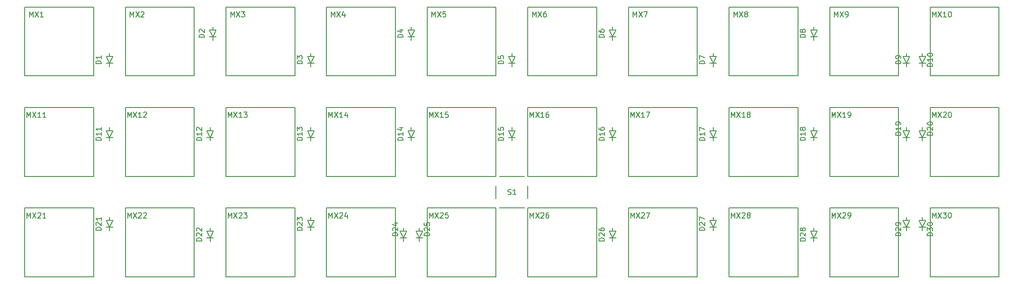
<source format=gto>
G04 #@! TF.FileFunction,Legend,Top*
%FSLAX46Y46*%
G04 Gerber Fmt 4.6, Leading zero omitted, Abs format (unit mm)*
G04 Created by KiCad (PCBNEW 4.0.7) date *
%MOMM*%
%LPD*%
G01*
G04 APERTURE LIST*
%ADD10C,2.000000*%
%ADD11C,0.150000*%
G04 APERTURE END LIST*
D10*
D11*
X52750000Y-83865000D02*
X52750000Y-83230000D01*
X52750000Y-85135000D02*
X52750000Y-85770000D01*
X53385000Y-85135000D02*
X52115000Y-85135000D01*
X52750000Y-85135000D02*
X52115000Y-83865000D01*
X52115000Y-83865000D02*
X53385000Y-83865000D01*
X53385000Y-83865000D02*
X52750000Y-85135000D01*
X72250000Y-78865000D02*
X72250000Y-78230000D01*
X72250000Y-80135000D02*
X72250000Y-80770000D01*
X72885000Y-80135000D02*
X71615000Y-80135000D01*
X72250000Y-80135000D02*
X71615000Y-78865000D01*
X71615000Y-78865000D02*
X72885000Y-78865000D01*
X72885000Y-78865000D02*
X72250000Y-80135000D01*
X90750000Y-83865000D02*
X90750000Y-83230000D01*
X90750000Y-85135000D02*
X90750000Y-85770000D01*
X91385000Y-85135000D02*
X90115000Y-85135000D01*
X90750000Y-85135000D02*
X90115000Y-83865000D01*
X90115000Y-83865000D02*
X91385000Y-83865000D01*
X91385000Y-83865000D02*
X90750000Y-85135000D01*
X109750000Y-78865000D02*
X109750000Y-78230000D01*
X109750000Y-80135000D02*
X109750000Y-80770000D01*
X110385000Y-80135000D02*
X109115000Y-80135000D01*
X109750000Y-80135000D02*
X109115000Y-78865000D01*
X109115000Y-78865000D02*
X110385000Y-78865000D01*
X110385000Y-78865000D02*
X109750000Y-80135000D01*
X128750000Y-83865000D02*
X128750000Y-83230000D01*
X128750000Y-85135000D02*
X128750000Y-85770000D01*
X129385000Y-85135000D02*
X128115000Y-85135000D01*
X128750000Y-85135000D02*
X128115000Y-83865000D01*
X128115000Y-83865000D02*
X129385000Y-83865000D01*
X129385000Y-83865000D02*
X128750000Y-85135000D01*
X147750000Y-78865000D02*
X147750000Y-78230000D01*
X147750000Y-80135000D02*
X147750000Y-80770000D01*
X148385000Y-80135000D02*
X147115000Y-80135000D01*
X147750000Y-80135000D02*
X147115000Y-78865000D01*
X147115000Y-78865000D02*
X148385000Y-78865000D01*
X148385000Y-78865000D02*
X147750000Y-80135000D01*
X166750000Y-83865000D02*
X166750000Y-83230000D01*
X166750000Y-85135000D02*
X166750000Y-85770000D01*
X167385000Y-85135000D02*
X166115000Y-85135000D01*
X166750000Y-85135000D02*
X166115000Y-83865000D01*
X166115000Y-83865000D02*
X167385000Y-83865000D01*
X167385000Y-83865000D02*
X166750000Y-85135000D01*
X185750000Y-78865000D02*
X185750000Y-78230000D01*
X185750000Y-80135000D02*
X185750000Y-80770000D01*
X186385000Y-80135000D02*
X185115000Y-80135000D01*
X185750000Y-80135000D02*
X185115000Y-78865000D01*
X185115000Y-78865000D02*
X186385000Y-78865000D01*
X186385000Y-78865000D02*
X185750000Y-80135000D01*
X203250000Y-83865000D02*
X203250000Y-83230000D01*
X203250000Y-85135000D02*
X203250000Y-85770000D01*
X203885000Y-85135000D02*
X202615000Y-85135000D01*
X203250000Y-85135000D02*
X202615000Y-83865000D01*
X202615000Y-83865000D02*
X203885000Y-83865000D01*
X203885000Y-83865000D02*
X203250000Y-85135000D01*
X206250000Y-83865000D02*
X206250000Y-83230000D01*
X206250000Y-85135000D02*
X206250000Y-85770000D01*
X206885000Y-85135000D02*
X205615000Y-85135000D01*
X206250000Y-85135000D02*
X205615000Y-83865000D01*
X205615000Y-83865000D02*
X206885000Y-83865000D01*
X206885000Y-83865000D02*
X206250000Y-85135000D01*
X52750000Y-97865000D02*
X52750000Y-97230000D01*
X52750000Y-99135000D02*
X52750000Y-99770000D01*
X53385000Y-99135000D02*
X52115000Y-99135000D01*
X52750000Y-99135000D02*
X52115000Y-97865000D01*
X52115000Y-97865000D02*
X53385000Y-97865000D01*
X53385000Y-97865000D02*
X52750000Y-99135000D01*
X71750000Y-97865000D02*
X71750000Y-97230000D01*
X71750000Y-99135000D02*
X71750000Y-99770000D01*
X72385000Y-99135000D02*
X71115000Y-99135000D01*
X71750000Y-99135000D02*
X71115000Y-97865000D01*
X71115000Y-97865000D02*
X72385000Y-97865000D01*
X72385000Y-97865000D02*
X71750000Y-99135000D01*
X90750000Y-97865000D02*
X90750000Y-97230000D01*
X90750000Y-99135000D02*
X90750000Y-99770000D01*
X91385000Y-99135000D02*
X90115000Y-99135000D01*
X90750000Y-99135000D02*
X90115000Y-97865000D01*
X90115000Y-97865000D02*
X91385000Y-97865000D01*
X91385000Y-97865000D02*
X90750000Y-99135000D01*
X109750000Y-97865000D02*
X109750000Y-97230000D01*
X109750000Y-99135000D02*
X109750000Y-99770000D01*
X110385000Y-99135000D02*
X109115000Y-99135000D01*
X109750000Y-99135000D02*
X109115000Y-97865000D01*
X109115000Y-97865000D02*
X110385000Y-97865000D01*
X110385000Y-97865000D02*
X109750000Y-99135000D01*
X128750000Y-97865000D02*
X128750000Y-97230000D01*
X128750000Y-99135000D02*
X128750000Y-99770000D01*
X129385000Y-99135000D02*
X128115000Y-99135000D01*
X128750000Y-99135000D02*
X128115000Y-97865000D01*
X128115000Y-97865000D02*
X129385000Y-97865000D01*
X129385000Y-97865000D02*
X128750000Y-99135000D01*
X147750000Y-97865000D02*
X147750000Y-97230000D01*
X147750000Y-99135000D02*
X147750000Y-99770000D01*
X148385000Y-99135000D02*
X147115000Y-99135000D01*
X147750000Y-99135000D02*
X147115000Y-97865000D01*
X147115000Y-97865000D02*
X148385000Y-97865000D01*
X148385000Y-97865000D02*
X147750000Y-99135000D01*
X166750000Y-97865000D02*
X166750000Y-97230000D01*
X166750000Y-99135000D02*
X166750000Y-99770000D01*
X167385000Y-99135000D02*
X166115000Y-99135000D01*
X166750000Y-99135000D02*
X166115000Y-97865000D01*
X166115000Y-97865000D02*
X167385000Y-97865000D01*
X167385000Y-97865000D02*
X166750000Y-99135000D01*
X185750000Y-97865000D02*
X185750000Y-97230000D01*
X185750000Y-99135000D02*
X185750000Y-99770000D01*
X186385000Y-99135000D02*
X185115000Y-99135000D01*
X185750000Y-99135000D02*
X185115000Y-97865000D01*
X185115000Y-97865000D02*
X186385000Y-97865000D01*
X186385000Y-97865000D02*
X185750000Y-99135000D01*
X203250000Y-97865000D02*
X203250000Y-97230000D01*
X203250000Y-99135000D02*
X203250000Y-99770000D01*
X203885000Y-99135000D02*
X202615000Y-99135000D01*
X203250000Y-99135000D02*
X202615000Y-97865000D01*
X202615000Y-97865000D02*
X203885000Y-97865000D01*
X203885000Y-97865000D02*
X203250000Y-99135000D01*
X206250000Y-97865000D02*
X206250000Y-97230000D01*
X206250000Y-99135000D02*
X206250000Y-99770000D01*
X206885000Y-99135000D02*
X205615000Y-99135000D01*
X206250000Y-99135000D02*
X205615000Y-97865000D01*
X205615000Y-97865000D02*
X206885000Y-97865000D01*
X206885000Y-97865000D02*
X206250000Y-99135000D01*
X52750000Y-114865000D02*
X52750000Y-114230000D01*
X52750000Y-116135000D02*
X52750000Y-116770000D01*
X53385000Y-116135000D02*
X52115000Y-116135000D01*
X52750000Y-116135000D02*
X52115000Y-114865000D01*
X52115000Y-114865000D02*
X53385000Y-114865000D01*
X53385000Y-114865000D02*
X52750000Y-116135000D01*
X71750000Y-116865000D02*
X71750000Y-116230000D01*
X71750000Y-118135000D02*
X71750000Y-118770000D01*
X72385000Y-118135000D02*
X71115000Y-118135000D01*
X71750000Y-118135000D02*
X71115000Y-116865000D01*
X71115000Y-116865000D02*
X72385000Y-116865000D01*
X72385000Y-116865000D02*
X71750000Y-118135000D01*
X90750000Y-114865000D02*
X90750000Y-114230000D01*
X90750000Y-116135000D02*
X90750000Y-116770000D01*
X91385000Y-116135000D02*
X90115000Y-116135000D01*
X90750000Y-116135000D02*
X90115000Y-114865000D01*
X90115000Y-114865000D02*
X91385000Y-114865000D01*
X91385000Y-114865000D02*
X90750000Y-116135000D01*
X108250000Y-116865000D02*
X108250000Y-116230000D01*
X108250000Y-118135000D02*
X108250000Y-118770000D01*
X108885000Y-118135000D02*
X107615000Y-118135000D01*
X108250000Y-118135000D02*
X107615000Y-116865000D01*
X107615000Y-116865000D02*
X108885000Y-116865000D01*
X108885000Y-116865000D02*
X108250000Y-118135000D01*
X111250000Y-116865000D02*
X111250000Y-116230000D01*
X111250000Y-118135000D02*
X111250000Y-118770000D01*
X111885000Y-118135000D02*
X110615000Y-118135000D01*
X111250000Y-118135000D02*
X110615000Y-116865000D01*
X110615000Y-116865000D02*
X111885000Y-116865000D01*
X111885000Y-116865000D02*
X111250000Y-118135000D01*
X147750000Y-116865000D02*
X147750000Y-116230000D01*
X147750000Y-118135000D02*
X147750000Y-118770000D01*
X148385000Y-118135000D02*
X147115000Y-118135000D01*
X147750000Y-118135000D02*
X147115000Y-116865000D01*
X147115000Y-116865000D02*
X148385000Y-116865000D01*
X148385000Y-116865000D02*
X147750000Y-118135000D01*
X166750000Y-114865000D02*
X166750000Y-114230000D01*
X166750000Y-116135000D02*
X166750000Y-116770000D01*
X167385000Y-116135000D02*
X166115000Y-116135000D01*
X166750000Y-116135000D02*
X166115000Y-114865000D01*
X166115000Y-114865000D02*
X167385000Y-114865000D01*
X167385000Y-114865000D02*
X166750000Y-116135000D01*
X185750000Y-116865000D02*
X185750000Y-116230000D01*
X185750000Y-118135000D02*
X185750000Y-118770000D01*
X186385000Y-118135000D02*
X185115000Y-118135000D01*
X185750000Y-118135000D02*
X185115000Y-116865000D01*
X185115000Y-116865000D02*
X186385000Y-116865000D01*
X186385000Y-116865000D02*
X185750000Y-118135000D01*
X203250000Y-114865000D02*
X203250000Y-114230000D01*
X203250000Y-116135000D02*
X203250000Y-116770000D01*
X203885000Y-116135000D02*
X202615000Y-116135000D01*
X203250000Y-116135000D02*
X202615000Y-114865000D01*
X202615000Y-114865000D02*
X203885000Y-114865000D01*
X203885000Y-114865000D02*
X203250000Y-116135000D01*
X206250000Y-114865000D02*
X206250000Y-114230000D01*
X206250000Y-116135000D02*
X206250000Y-116770000D01*
X206885000Y-116135000D02*
X205615000Y-116135000D01*
X206250000Y-116135000D02*
X205615000Y-114865000D01*
X205615000Y-114865000D02*
X206885000Y-114865000D01*
X206885000Y-114865000D02*
X206250000Y-116135000D01*
X36750000Y-74500000D02*
X49750000Y-74500000D01*
X49750000Y-74500000D02*
X49750000Y-87500000D01*
X49750000Y-87500000D02*
X36750000Y-87500000D01*
X36750000Y-87500000D02*
X36750000Y-74500000D01*
X55750000Y-74500000D02*
X68750000Y-74500000D01*
X68750000Y-74500000D02*
X68750000Y-87500000D01*
X68750000Y-87500000D02*
X55750000Y-87500000D01*
X55750000Y-87500000D02*
X55750000Y-74500000D01*
X74750000Y-74500000D02*
X87750000Y-74500000D01*
X87750000Y-74500000D02*
X87750000Y-87500000D01*
X87750000Y-87500000D02*
X74750000Y-87500000D01*
X74750000Y-87500000D02*
X74750000Y-74500000D01*
X93750000Y-74500000D02*
X106750000Y-74500000D01*
X106750000Y-74500000D02*
X106750000Y-87500000D01*
X106750000Y-87500000D02*
X93750000Y-87500000D01*
X93750000Y-87500000D02*
X93750000Y-74500000D01*
X112750000Y-74500000D02*
X125750000Y-74500000D01*
X125750000Y-74500000D02*
X125750000Y-87500000D01*
X125750000Y-87500000D02*
X112750000Y-87500000D01*
X112750000Y-87500000D02*
X112750000Y-74500000D01*
X131750000Y-74500000D02*
X144750000Y-74500000D01*
X144750000Y-74500000D02*
X144750000Y-87500000D01*
X144750000Y-87500000D02*
X131750000Y-87500000D01*
X131750000Y-87500000D02*
X131750000Y-74500000D01*
X150750000Y-74500000D02*
X163750000Y-74500000D01*
X163750000Y-74500000D02*
X163750000Y-87500000D01*
X163750000Y-87500000D02*
X150750000Y-87500000D01*
X150750000Y-87500000D02*
X150750000Y-74500000D01*
X169750000Y-74500000D02*
X182750000Y-74500000D01*
X182750000Y-74500000D02*
X182750000Y-87500000D01*
X182750000Y-87500000D02*
X169750000Y-87500000D01*
X169750000Y-87500000D02*
X169750000Y-74500000D01*
X188750000Y-74500000D02*
X201750000Y-74500000D01*
X201750000Y-74500000D02*
X201750000Y-87500000D01*
X201750000Y-87500000D02*
X188750000Y-87500000D01*
X188750000Y-87500000D02*
X188750000Y-74500000D01*
X207750000Y-74500000D02*
X220750000Y-74500000D01*
X220750000Y-74500000D02*
X220750000Y-87500000D01*
X220750000Y-87500000D02*
X207750000Y-87500000D01*
X207750000Y-87500000D02*
X207750000Y-74500000D01*
X36750000Y-93500000D02*
X49750000Y-93500000D01*
X49750000Y-93500000D02*
X49750000Y-106500000D01*
X49750000Y-106500000D02*
X36750000Y-106500000D01*
X36750000Y-106500000D02*
X36750000Y-93500000D01*
X55750000Y-93500000D02*
X68750000Y-93500000D01*
X68750000Y-93500000D02*
X68750000Y-106500000D01*
X68750000Y-106500000D02*
X55750000Y-106500000D01*
X55750000Y-106500000D02*
X55750000Y-93500000D01*
X74750000Y-93500000D02*
X87750000Y-93500000D01*
X87750000Y-93500000D02*
X87750000Y-106500000D01*
X87750000Y-106500000D02*
X74750000Y-106500000D01*
X74750000Y-106500000D02*
X74750000Y-93500000D01*
X93750000Y-93500000D02*
X106750000Y-93500000D01*
X106750000Y-93500000D02*
X106750000Y-106500000D01*
X106750000Y-106500000D02*
X93750000Y-106500000D01*
X93750000Y-106500000D02*
X93750000Y-93500000D01*
X112750000Y-93500000D02*
X125750000Y-93500000D01*
X125750000Y-93500000D02*
X125750000Y-106500000D01*
X125750000Y-106500000D02*
X112750000Y-106500000D01*
X112750000Y-106500000D02*
X112750000Y-93500000D01*
X131750000Y-93500000D02*
X144750000Y-93500000D01*
X144750000Y-93500000D02*
X144750000Y-106500000D01*
X144750000Y-106500000D02*
X131750000Y-106500000D01*
X131750000Y-106500000D02*
X131750000Y-93500000D01*
X150750000Y-93500000D02*
X163750000Y-93500000D01*
X163750000Y-93500000D02*
X163750000Y-106500000D01*
X163750000Y-106500000D02*
X150750000Y-106500000D01*
X150750000Y-106500000D02*
X150750000Y-93500000D01*
X169750000Y-93500000D02*
X182750000Y-93500000D01*
X182750000Y-93500000D02*
X182750000Y-106500000D01*
X182750000Y-106500000D02*
X169750000Y-106500000D01*
X169750000Y-106500000D02*
X169750000Y-93500000D01*
X188750000Y-93500000D02*
X201750000Y-93500000D01*
X201750000Y-93500000D02*
X201750000Y-106500000D01*
X201750000Y-106500000D02*
X188750000Y-106500000D01*
X188750000Y-106500000D02*
X188750000Y-93500000D01*
X207750000Y-93500000D02*
X220750000Y-93500000D01*
X220750000Y-93500000D02*
X220750000Y-106500000D01*
X220750000Y-106500000D02*
X207750000Y-106500000D01*
X207750000Y-106500000D02*
X207750000Y-93500000D01*
X36750000Y-112500000D02*
X49750000Y-112500000D01*
X49750000Y-112500000D02*
X49750000Y-125500000D01*
X49750000Y-125500000D02*
X36750000Y-125500000D01*
X36750000Y-125500000D02*
X36750000Y-112500000D01*
X55750000Y-112500000D02*
X68750000Y-112500000D01*
X68750000Y-112500000D02*
X68750000Y-125500000D01*
X68750000Y-125500000D02*
X55750000Y-125500000D01*
X55750000Y-125500000D02*
X55750000Y-112500000D01*
X74750000Y-112500000D02*
X87750000Y-112500000D01*
X87750000Y-112500000D02*
X87750000Y-125500000D01*
X87750000Y-125500000D02*
X74750000Y-125500000D01*
X74750000Y-125500000D02*
X74750000Y-112500000D01*
X93750000Y-112500000D02*
X106750000Y-112500000D01*
X106750000Y-112500000D02*
X106750000Y-125500000D01*
X106750000Y-125500000D02*
X93750000Y-125500000D01*
X93750000Y-125500000D02*
X93750000Y-112500000D01*
X112750000Y-112500000D02*
X125750000Y-112500000D01*
X125750000Y-112500000D02*
X125750000Y-125500000D01*
X125750000Y-125500000D02*
X112750000Y-125500000D01*
X112750000Y-125500000D02*
X112750000Y-112500000D01*
X131750000Y-112500000D02*
X144750000Y-112500000D01*
X144750000Y-112500000D02*
X144750000Y-125500000D01*
X144750000Y-125500000D02*
X131750000Y-125500000D01*
X131750000Y-125500000D02*
X131750000Y-112500000D01*
X150750000Y-112500000D02*
X163750000Y-112500000D01*
X163750000Y-112500000D02*
X163750000Y-125500000D01*
X163750000Y-125500000D02*
X150750000Y-125500000D01*
X150750000Y-125500000D02*
X150750000Y-112500000D01*
X169750000Y-112500000D02*
X182750000Y-112500000D01*
X182750000Y-112500000D02*
X182750000Y-125500000D01*
X182750000Y-125500000D02*
X169750000Y-125500000D01*
X169750000Y-125500000D02*
X169750000Y-112500000D01*
X188750000Y-112500000D02*
X201750000Y-112500000D01*
X201750000Y-112500000D02*
X201750000Y-125500000D01*
X201750000Y-125500000D02*
X188750000Y-125500000D01*
X188750000Y-125500000D02*
X188750000Y-112500000D01*
X207750000Y-112500000D02*
X220750000Y-112500000D01*
X220750000Y-112500000D02*
X220750000Y-125500000D01*
X220750000Y-125500000D02*
X207750000Y-125500000D01*
X207750000Y-125500000D02*
X207750000Y-112500000D01*
X125750000Y-108300000D02*
X125750000Y-110700000D01*
X126350000Y-112500000D02*
X131150000Y-112500000D01*
X131750000Y-110700000D02*
X131750000Y-108300000D01*
X131150000Y-106500000D02*
X126350000Y-106500000D01*
X51170381Y-85238095D02*
X50170381Y-85238095D01*
X50170381Y-85000000D01*
X50218000Y-84857142D01*
X50313238Y-84761904D01*
X50408476Y-84714285D01*
X50598952Y-84666666D01*
X50741810Y-84666666D01*
X50932286Y-84714285D01*
X51027524Y-84761904D01*
X51122762Y-84857142D01*
X51170381Y-85000000D01*
X51170381Y-85238095D01*
X51170381Y-83714285D02*
X51170381Y-84285714D01*
X51170381Y-84000000D02*
X50170381Y-84000000D01*
X50313238Y-84095238D01*
X50408476Y-84190476D01*
X50456095Y-84285714D01*
X70670381Y-80238095D02*
X69670381Y-80238095D01*
X69670381Y-80000000D01*
X69718000Y-79857142D01*
X69813238Y-79761904D01*
X69908476Y-79714285D01*
X70098952Y-79666666D01*
X70241810Y-79666666D01*
X70432286Y-79714285D01*
X70527524Y-79761904D01*
X70622762Y-79857142D01*
X70670381Y-80000000D01*
X70670381Y-80238095D01*
X69765619Y-79285714D02*
X69718000Y-79238095D01*
X69670381Y-79142857D01*
X69670381Y-78904761D01*
X69718000Y-78809523D01*
X69765619Y-78761904D01*
X69860857Y-78714285D01*
X69956095Y-78714285D01*
X70098952Y-78761904D01*
X70670381Y-79333333D01*
X70670381Y-78714285D01*
X89170381Y-85238095D02*
X88170381Y-85238095D01*
X88170381Y-85000000D01*
X88218000Y-84857142D01*
X88313238Y-84761904D01*
X88408476Y-84714285D01*
X88598952Y-84666666D01*
X88741810Y-84666666D01*
X88932286Y-84714285D01*
X89027524Y-84761904D01*
X89122762Y-84857142D01*
X89170381Y-85000000D01*
X89170381Y-85238095D01*
X88170381Y-84333333D02*
X88170381Y-83714285D01*
X88551333Y-84047619D01*
X88551333Y-83904761D01*
X88598952Y-83809523D01*
X88646571Y-83761904D01*
X88741810Y-83714285D01*
X88979905Y-83714285D01*
X89075143Y-83761904D01*
X89122762Y-83809523D01*
X89170381Y-83904761D01*
X89170381Y-84190476D01*
X89122762Y-84285714D01*
X89075143Y-84333333D01*
X108170381Y-80238095D02*
X107170381Y-80238095D01*
X107170381Y-80000000D01*
X107218000Y-79857142D01*
X107313238Y-79761904D01*
X107408476Y-79714285D01*
X107598952Y-79666666D01*
X107741810Y-79666666D01*
X107932286Y-79714285D01*
X108027524Y-79761904D01*
X108122762Y-79857142D01*
X108170381Y-80000000D01*
X108170381Y-80238095D01*
X107503714Y-78809523D02*
X108170381Y-78809523D01*
X107122762Y-79047619D02*
X107837048Y-79285714D01*
X107837048Y-78666666D01*
X127170381Y-85238095D02*
X126170381Y-85238095D01*
X126170381Y-85000000D01*
X126218000Y-84857142D01*
X126313238Y-84761904D01*
X126408476Y-84714285D01*
X126598952Y-84666666D01*
X126741810Y-84666666D01*
X126932286Y-84714285D01*
X127027524Y-84761904D01*
X127122762Y-84857142D01*
X127170381Y-85000000D01*
X127170381Y-85238095D01*
X126170381Y-83761904D02*
X126170381Y-84238095D01*
X126646571Y-84285714D01*
X126598952Y-84238095D01*
X126551333Y-84142857D01*
X126551333Y-83904761D01*
X126598952Y-83809523D01*
X126646571Y-83761904D01*
X126741810Y-83714285D01*
X126979905Y-83714285D01*
X127075143Y-83761904D01*
X127122762Y-83809523D01*
X127170381Y-83904761D01*
X127170381Y-84142857D01*
X127122762Y-84238095D01*
X127075143Y-84285714D01*
X146170381Y-80238095D02*
X145170381Y-80238095D01*
X145170381Y-80000000D01*
X145218000Y-79857142D01*
X145313238Y-79761904D01*
X145408476Y-79714285D01*
X145598952Y-79666666D01*
X145741810Y-79666666D01*
X145932286Y-79714285D01*
X146027524Y-79761904D01*
X146122762Y-79857142D01*
X146170381Y-80000000D01*
X146170381Y-80238095D01*
X145170381Y-78809523D02*
X145170381Y-79000000D01*
X145218000Y-79095238D01*
X145265619Y-79142857D01*
X145408476Y-79238095D01*
X145598952Y-79285714D01*
X145979905Y-79285714D01*
X146075143Y-79238095D01*
X146122762Y-79190476D01*
X146170381Y-79095238D01*
X146170381Y-78904761D01*
X146122762Y-78809523D01*
X146075143Y-78761904D01*
X145979905Y-78714285D01*
X145741810Y-78714285D01*
X145646571Y-78761904D01*
X145598952Y-78809523D01*
X145551333Y-78904761D01*
X145551333Y-79095238D01*
X145598952Y-79190476D01*
X145646571Y-79238095D01*
X145741810Y-79285714D01*
X165170381Y-85238095D02*
X164170381Y-85238095D01*
X164170381Y-85000000D01*
X164218000Y-84857142D01*
X164313238Y-84761904D01*
X164408476Y-84714285D01*
X164598952Y-84666666D01*
X164741810Y-84666666D01*
X164932286Y-84714285D01*
X165027524Y-84761904D01*
X165122762Y-84857142D01*
X165170381Y-85000000D01*
X165170381Y-85238095D01*
X164170381Y-84333333D02*
X164170381Y-83666666D01*
X165170381Y-84095238D01*
X184170381Y-80238095D02*
X183170381Y-80238095D01*
X183170381Y-80000000D01*
X183218000Y-79857142D01*
X183313238Y-79761904D01*
X183408476Y-79714285D01*
X183598952Y-79666666D01*
X183741810Y-79666666D01*
X183932286Y-79714285D01*
X184027524Y-79761904D01*
X184122762Y-79857142D01*
X184170381Y-80000000D01*
X184170381Y-80238095D01*
X183598952Y-79095238D02*
X183551333Y-79190476D01*
X183503714Y-79238095D01*
X183408476Y-79285714D01*
X183360857Y-79285714D01*
X183265619Y-79238095D01*
X183218000Y-79190476D01*
X183170381Y-79095238D01*
X183170381Y-78904761D01*
X183218000Y-78809523D01*
X183265619Y-78761904D01*
X183360857Y-78714285D01*
X183408476Y-78714285D01*
X183503714Y-78761904D01*
X183551333Y-78809523D01*
X183598952Y-78904761D01*
X183598952Y-79095238D01*
X183646571Y-79190476D01*
X183694190Y-79238095D01*
X183789429Y-79285714D01*
X183979905Y-79285714D01*
X184075143Y-79238095D01*
X184122762Y-79190476D01*
X184170381Y-79095238D01*
X184170381Y-78904761D01*
X184122762Y-78809523D01*
X184075143Y-78761904D01*
X183979905Y-78714285D01*
X183789429Y-78714285D01*
X183694190Y-78761904D01*
X183646571Y-78809523D01*
X183598952Y-78904761D01*
X202202381Y-85238095D02*
X201202381Y-85238095D01*
X201202381Y-85000000D01*
X201250000Y-84857142D01*
X201345238Y-84761904D01*
X201440476Y-84714285D01*
X201630952Y-84666666D01*
X201773810Y-84666666D01*
X201964286Y-84714285D01*
X202059524Y-84761904D01*
X202154762Y-84857142D01*
X202202381Y-85000000D01*
X202202381Y-85238095D01*
X202202381Y-84190476D02*
X202202381Y-84000000D01*
X202154762Y-83904761D01*
X202107143Y-83857142D01*
X201964286Y-83761904D01*
X201773810Y-83714285D01*
X201392857Y-83714285D01*
X201297619Y-83761904D01*
X201250000Y-83809523D01*
X201202381Y-83904761D01*
X201202381Y-84095238D01*
X201250000Y-84190476D01*
X201297619Y-84238095D01*
X201392857Y-84285714D01*
X201630952Y-84285714D01*
X201726190Y-84238095D01*
X201773810Y-84190476D01*
X201821429Y-84095238D01*
X201821429Y-83904761D01*
X201773810Y-83809523D01*
X201726190Y-83761904D01*
X201630952Y-83714285D01*
X208202381Y-85714286D02*
X207202381Y-85714286D01*
X207202381Y-85476191D01*
X207250000Y-85333333D01*
X207345238Y-85238095D01*
X207440476Y-85190476D01*
X207630952Y-85142857D01*
X207773810Y-85142857D01*
X207964286Y-85190476D01*
X208059524Y-85238095D01*
X208154762Y-85333333D01*
X208202381Y-85476191D01*
X208202381Y-85714286D01*
X208202381Y-84190476D02*
X208202381Y-84761905D01*
X208202381Y-84476191D02*
X207202381Y-84476191D01*
X207345238Y-84571429D01*
X207440476Y-84666667D01*
X207488095Y-84761905D01*
X207202381Y-83571429D02*
X207202381Y-83476190D01*
X207250000Y-83380952D01*
X207297619Y-83333333D01*
X207392857Y-83285714D01*
X207583333Y-83238095D01*
X207821429Y-83238095D01*
X208011905Y-83285714D01*
X208107143Y-83333333D01*
X208154762Y-83380952D01*
X208202381Y-83476190D01*
X208202381Y-83571429D01*
X208154762Y-83666667D01*
X208107143Y-83714286D01*
X208011905Y-83761905D01*
X207821429Y-83809524D01*
X207583333Y-83809524D01*
X207392857Y-83761905D01*
X207297619Y-83714286D01*
X207250000Y-83666667D01*
X207202381Y-83571429D01*
X51170381Y-99714286D02*
X50170381Y-99714286D01*
X50170381Y-99476191D01*
X50218000Y-99333333D01*
X50313238Y-99238095D01*
X50408476Y-99190476D01*
X50598952Y-99142857D01*
X50741810Y-99142857D01*
X50932286Y-99190476D01*
X51027524Y-99238095D01*
X51122762Y-99333333D01*
X51170381Y-99476191D01*
X51170381Y-99714286D01*
X51170381Y-98190476D02*
X51170381Y-98761905D01*
X51170381Y-98476191D02*
X50170381Y-98476191D01*
X50313238Y-98571429D01*
X50408476Y-98666667D01*
X50456095Y-98761905D01*
X51170381Y-97238095D02*
X51170381Y-97809524D01*
X51170381Y-97523810D02*
X50170381Y-97523810D01*
X50313238Y-97619048D01*
X50408476Y-97714286D01*
X50456095Y-97809524D01*
X70170381Y-99714286D02*
X69170381Y-99714286D01*
X69170381Y-99476191D01*
X69218000Y-99333333D01*
X69313238Y-99238095D01*
X69408476Y-99190476D01*
X69598952Y-99142857D01*
X69741810Y-99142857D01*
X69932286Y-99190476D01*
X70027524Y-99238095D01*
X70122762Y-99333333D01*
X70170381Y-99476191D01*
X70170381Y-99714286D01*
X70170381Y-98190476D02*
X70170381Y-98761905D01*
X70170381Y-98476191D02*
X69170381Y-98476191D01*
X69313238Y-98571429D01*
X69408476Y-98666667D01*
X69456095Y-98761905D01*
X69265619Y-97809524D02*
X69218000Y-97761905D01*
X69170381Y-97666667D01*
X69170381Y-97428571D01*
X69218000Y-97333333D01*
X69265619Y-97285714D01*
X69360857Y-97238095D01*
X69456095Y-97238095D01*
X69598952Y-97285714D01*
X70170381Y-97857143D01*
X70170381Y-97238095D01*
X89170381Y-99714286D02*
X88170381Y-99714286D01*
X88170381Y-99476191D01*
X88218000Y-99333333D01*
X88313238Y-99238095D01*
X88408476Y-99190476D01*
X88598952Y-99142857D01*
X88741810Y-99142857D01*
X88932286Y-99190476D01*
X89027524Y-99238095D01*
X89122762Y-99333333D01*
X89170381Y-99476191D01*
X89170381Y-99714286D01*
X89170381Y-98190476D02*
X89170381Y-98761905D01*
X89170381Y-98476191D02*
X88170381Y-98476191D01*
X88313238Y-98571429D01*
X88408476Y-98666667D01*
X88456095Y-98761905D01*
X88170381Y-97857143D02*
X88170381Y-97238095D01*
X88551333Y-97571429D01*
X88551333Y-97428571D01*
X88598952Y-97333333D01*
X88646571Y-97285714D01*
X88741810Y-97238095D01*
X88979905Y-97238095D01*
X89075143Y-97285714D01*
X89122762Y-97333333D01*
X89170381Y-97428571D01*
X89170381Y-97714286D01*
X89122762Y-97809524D01*
X89075143Y-97857143D01*
X108170381Y-99714286D02*
X107170381Y-99714286D01*
X107170381Y-99476191D01*
X107218000Y-99333333D01*
X107313238Y-99238095D01*
X107408476Y-99190476D01*
X107598952Y-99142857D01*
X107741810Y-99142857D01*
X107932286Y-99190476D01*
X108027524Y-99238095D01*
X108122762Y-99333333D01*
X108170381Y-99476191D01*
X108170381Y-99714286D01*
X108170381Y-98190476D02*
X108170381Y-98761905D01*
X108170381Y-98476191D02*
X107170381Y-98476191D01*
X107313238Y-98571429D01*
X107408476Y-98666667D01*
X107456095Y-98761905D01*
X107503714Y-97333333D02*
X108170381Y-97333333D01*
X107122762Y-97571429D02*
X107837048Y-97809524D01*
X107837048Y-97190476D01*
X127170381Y-99714286D02*
X126170381Y-99714286D01*
X126170381Y-99476191D01*
X126218000Y-99333333D01*
X126313238Y-99238095D01*
X126408476Y-99190476D01*
X126598952Y-99142857D01*
X126741810Y-99142857D01*
X126932286Y-99190476D01*
X127027524Y-99238095D01*
X127122762Y-99333333D01*
X127170381Y-99476191D01*
X127170381Y-99714286D01*
X127170381Y-98190476D02*
X127170381Y-98761905D01*
X127170381Y-98476191D02*
X126170381Y-98476191D01*
X126313238Y-98571429D01*
X126408476Y-98666667D01*
X126456095Y-98761905D01*
X126170381Y-97285714D02*
X126170381Y-97761905D01*
X126646571Y-97809524D01*
X126598952Y-97761905D01*
X126551333Y-97666667D01*
X126551333Y-97428571D01*
X126598952Y-97333333D01*
X126646571Y-97285714D01*
X126741810Y-97238095D01*
X126979905Y-97238095D01*
X127075143Y-97285714D01*
X127122762Y-97333333D01*
X127170381Y-97428571D01*
X127170381Y-97666667D01*
X127122762Y-97761905D01*
X127075143Y-97809524D01*
X146170381Y-99714286D02*
X145170381Y-99714286D01*
X145170381Y-99476191D01*
X145218000Y-99333333D01*
X145313238Y-99238095D01*
X145408476Y-99190476D01*
X145598952Y-99142857D01*
X145741810Y-99142857D01*
X145932286Y-99190476D01*
X146027524Y-99238095D01*
X146122762Y-99333333D01*
X146170381Y-99476191D01*
X146170381Y-99714286D01*
X146170381Y-98190476D02*
X146170381Y-98761905D01*
X146170381Y-98476191D02*
X145170381Y-98476191D01*
X145313238Y-98571429D01*
X145408476Y-98666667D01*
X145456095Y-98761905D01*
X145170381Y-97333333D02*
X145170381Y-97523810D01*
X145218000Y-97619048D01*
X145265619Y-97666667D01*
X145408476Y-97761905D01*
X145598952Y-97809524D01*
X145979905Y-97809524D01*
X146075143Y-97761905D01*
X146122762Y-97714286D01*
X146170381Y-97619048D01*
X146170381Y-97428571D01*
X146122762Y-97333333D01*
X146075143Y-97285714D01*
X145979905Y-97238095D01*
X145741810Y-97238095D01*
X145646571Y-97285714D01*
X145598952Y-97333333D01*
X145551333Y-97428571D01*
X145551333Y-97619048D01*
X145598952Y-97714286D01*
X145646571Y-97761905D01*
X145741810Y-97809524D01*
X165170381Y-99714286D02*
X164170381Y-99714286D01*
X164170381Y-99476191D01*
X164218000Y-99333333D01*
X164313238Y-99238095D01*
X164408476Y-99190476D01*
X164598952Y-99142857D01*
X164741810Y-99142857D01*
X164932286Y-99190476D01*
X165027524Y-99238095D01*
X165122762Y-99333333D01*
X165170381Y-99476191D01*
X165170381Y-99714286D01*
X165170381Y-98190476D02*
X165170381Y-98761905D01*
X165170381Y-98476191D02*
X164170381Y-98476191D01*
X164313238Y-98571429D01*
X164408476Y-98666667D01*
X164456095Y-98761905D01*
X164170381Y-97857143D02*
X164170381Y-97190476D01*
X165170381Y-97619048D01*
X184170381Y-99714286D02*
X183170381Y-99714286D01*
X183170381Y-99476191D01*
X183218000Y-99333333D01*
X183313238Y-99238095D01*
X183408476Y-99190476D01*
X183598952Y-99142857D01*
X183741810Y-99142857D01*
X183932286Y-99190476D01*
X184027524Y-99238095D01*
X184122762Y-99333333D01*
X184170381Y-99476191D01*
X184170381Y-99714286D01*
X184170381Y-98190476D02*
X184170381Y-98761905D01*
X184170381Y-98476191D02*
X183170381Y-98476191D01*
X183313238Y-98571429D01*
X183408476Y-98666667D01*
X183456095Y-98761905D01*
X183598952Y-97619048D02*
X183551333Y-97714286D01*
X183503714Y-97761905D01*
X183408476Y-97809524D01*
X183360857Y-97809524D01*
X183265619Y-97761905D01*
X183218000Y-97714286D01*
X183170381Y-97619048D01*
X183170381Y-97428571D01*
X183218000Y-97333333D01*
X183265619Y-97285714D01*
X183360857Y-97238095D01*
X183408476Y-97238095D01*
X183503714Y-97285714D01*
X183551333Y-97333333D01*
X183598952Y-97428571D01*
X183598952Y-97619048D01*
X183646571Y-97714286D01*
X183694190Y-97761905D01*
X183789429Y-97809524D01*
X183979905Y-97809524D01*
X184075143Y-97761905D01*
X184122762Y-97714286D01*
X184170381Y-97619048D01*
X184170381Y-97428571D01*
X184122762Y-97333333D01*
X184075143Y-97285714D01*
X183979905Y-97238095D01*
X183789429Y-97238095D01*
X183694190Y-97285714D01*
X183646571Y-97333333D01*
X183598952Y-97428571D01*
X202202381Y-98714286D02*
X201202381Y-98714286D01*
X201202381Y-98476191D01*
X201250000Y-98333333D01*
X201345238Y-98238095D01*
X201440476Y-98190476D01*
X201630952Y-98142857D01*
X201773810Y-98142857D01*
X201964286Y-98190476D01*
X202059524Y-98238095D01*
X202154762Y-98333333D01*
X202202381Y-98476191D01*
X202202381Y-98714286D01*
X202202381Y-97190476D02*
X202202381Y-97761905D01*
X202202381Y-97476191D02*
X201202381Y-97476191D01*
X201345238Y-97571429D01*
X201440476Y-97666667D01*
X201488095Y-97761905D01*
X202202381Y-96714286D02*
X202202381Y-96523810D01*
X202154762Y-96428571D01*
X202107143Y-96380952D01*
X201964286Y-96285714D01*
X201773810Y-96238095D01*
X201392857Y-96238095D01*
X201297619Y-96285714D01*
X201250000Y-96333333D01*
X201202381Y-96428571D01*
X201202381Y-96619048D01*
X201250000Y-96714286D01*
X201297619Y-96761905D01*
X201392857Y-96809524D01*
X201630952Y-96809524D01*
X201726190Y-96761905D01*
X201773810Y-96714286D01*
X201821429Y-96619048D01*
X201821429Y-96428571D01*
X201773810Y-96333333D01*
X201726190Y-96285714D01*
X201630952Y-96238095D01*
X208202381Y-98714286D02*
X207202381Y-98714286D01*
X207202381Y-98476191D01*
X207250000Y-98333333D01*
X207345238Y-98238095D01*
X207440476Y-98190476D01*
X207630952Y-98142857D01*
X207773810Y-98142857D01*
X207964286Y-98190476D01*
X208059524Y-98238095D01*
X208154762Y-98333333D01*
X208202381Y-98476191D01*
X208202381Y-98714286D01*
X207297619Y-97761905D02*
X207250000Y-97714286D01*
X207202381Y-97619048D01*
X207202381Y-97380952D01*
X207250000Y-97285714D01*
X207297619Y-97238095D01*
X207392857Y-97190476D01*
X207488095Y-97190476D01*
X207630952Y-97238095D01*
X208202381Y-97809524D01*
X208202381Y-97190476D01*
X207202381Y-96571429D02*
X207202381Y-96476190D01*
X207250000Y-96380952D01*
X207297619Y-96333333D01*
X207392857Y-96285714D01*
X207583333Y-96238095D01*
X207821429Y-96238095D01*
X208011905Y-96285714D01*
X208107143Y-96333333D01*
X208154762Y-96380952D01*
X208202381Y-96476190D01*
X208202381Y-96571429D01*
X208154762Y-96666667D01*
X208107143Y-96714286D01*
X208011905Y-96761905D01*
X207821429Y-96809524D01*
X207583333Y-96809524D01*
X207392857Y-96761905D01*
X207297619Y-96714286D01*
X207250000Y-96666667D01*
X207202381Y-96571429D01*
X51170381Y-116714286D02*
X50170381Y-116714286D01*
X50170381Y-116476191D01*
X50218000Y-116333333D01*
X50313238Y-116238095D01*
X50408476Y-116190476D01*
X50598952Y-116142857D01*
X50741810Y-116142857D01*
X50932286Y-116190476D01*
X51027524Y-116238095D01*
X51122762Y-116333333D01*
X51170381Y-116476191D01*
X51170381Y-116714286D01*
X50265619Y-115761905D02*
X50218000Y-115714286D01*
X50170381Y-115619048D01*
X50170381Y-115380952D01*
X50218000Y-115285714D01*
X50265619Y-115238095D01*
X50360857Y-115190476D01*
X50456095Y-115190476D01*
X50598952Y-115238095D01*
X51170381Y-115809524D01*
X51170381Y-115190476D01*
X51170381Y-114238095D02*
X51170381Y-114809524D01*
X51170381Y-114523810D02*
X50170381Y-114523810D01*
X50313238Y-114619048D01*
X50408476Y-114714286D01*
X50456095Y-114809524D01*
X70170381Y-118714286D02*
X69170381Y-118714286D01*
X69170381Y-118476191D01*
X69218000Y-118333333D01*
X69313238Y-118238095D01*
X69408476Y-118190476D01*
X69598952Y-118142857D01*
X69741810Y-118142857D01*
X69932286Y-118190476D01*
X70027524Y-118238095D01*
X70122762Y-118333333D01*
X70170381Y-118476191D01*
X70170381Y-118714286D01*
X69265619Y-117761905D02*
X69218000Y-117714286D01*
X69170381Y-117619048D01*
X69170381Y-117380952D01*
X69218000Y-117285714D01*
X69265619Y-117238095D01*
X69360857Y-117190476D01*
X69456095Y-117190476D01*
X69598952Y-117238095D01*
X70170381Y-117809524D01*
X70170381Y-117190476D01*
X69265619Y-116809524D02*
X69218000Y-116761905D01*
X69170381Y-116666667D01*
X69170381Y-116428571D01*
X69218000Y-116333333D01*
X69265619Y-116285714D01*
X69360857Y-116238095D01*
X69456095Y-116238095D01*
X69598952Y-116285714D01*
X70170381Y-116857143D01*
X70170381Y-116238095D01*
X89170381Y-116714286D02*
X88170381Y-116714286D01*
X88170381Y-116476191D01*
X88218000Y-116333333D01*
X88313238Y-116238095D01*
X88408476Y-116190476D01*
X88598952Y-116142857D01*
X88741810Y-116142857D01*
X88932286Y-116190476D01*
X89027524Y-116238095D01*
X89122762Y-116333333D01*
X89170381Y-116476191D01*
X89170381Y-116714286D01*
X88265619Y-115761905D02*
X88218000Y-115714286D01*
X88170381Y-115619048D01*
X88170381Y-115380952D01*
X88218000Y-115285714D01*
X88265619Y-115238095D01*
X88360857Y-115190476D01*
X88456095Y-115190476D01*
X88598952Y-115238095D01*
X89170381Y-115809524D01*
X89170381Y-115190476D01*
X88170381Y-114857143D02*
X88170381Y-114238095D01*
X88551333Y-114571429D01*
X88551333Y-114428571D01*
X88598952Y-114333333D01*
X88646571Y-114285714D01*
X88741810Y-114238095D01*
X88979905Y-114238095D01*
X89075143Y-114285714D01*
X89122762Y-114333333D01*
X89170381Y-114428571D01*
X89170381Y-114714286D01*
X89122762Y-114809524D01*
X89075143Y-114857143D01*
X107202381Y-117714286D02*
X106202381Y-117714286D01*
X106202381Y-117476191D01*
X106250000Y-117333333D01*
X106345238Y-117238095D01*
X106440476Y-117190476D01*
X106630952Y-117142857D01*
X106773810Y-117142857D01*
X106964286Y-117190476D01*
X107059524Y-117238095D01*
X107154762Y-117333333D01*
X107202381Y-117476191D01*
X107202381Y-117714286D01*
X106297619Y-116761905D02*
X106250000Y-116714286D01*
X106202381Y-116619048D01*
X106202381Y-116380952D01*
X106250000Y-116285714D01*
X106297619Y-116238095D01*
X106392857Y-116190476D01*
X106488095Y-116190476D01*
X106630952Y-116238095D01*
X107202381Y-116809524D01*
X107202381Y-116190476D01*
X106535714Y-115333333D02*
X107202381Y-115333333D01*
X106154762Y-115571429D02*
X106869048Y-115809524D01*
X106869048Y-115190476D01*
X113202381Y-117714286D02*
X112202381Y-117714286D01*
X112202381Y-117476191D01*
X112250000Y-117333333D01*
X112345238Y-117238095D01*
X112440476Y-117190476D01*
X112630952Y-117142857D01*
X112773810Y-117142857D01*
X112964286Y-117190476D01*
X113059524Y-117238095D01*
X113154762Y-117333333D01*
X113202381Y-117476191D01*
X113202381Y-117714286D01*
X112297619Y-116761905D02*
X112250000Y-116714286D01*
X112202381Y-116619048D01*
X112202381Y-116380952D01*
X112250000Y-116285714D01*
X112297619Y-116238095D01*
X112392857Y-116190476D01*
X112488095Y-116190476D01*
X112630952Y-116238095D01*
X113202381Y-116809524D01*
X113202381Y-116190476D01*
X112202381Y-115285714D02*
X112202381Y-115761905D01*
X112678571Y-115809524D01*
X112630952Y-115761905D01*
X112583333Y-115666667D01*
X112583333Y-115428571D01*
X112630952Y-115333333D01*
X112678571Y-115285714D01*
X112773810Y-115238095D01*
X113011905Y-115238095D01*
X113107143Y-115285714D01*
X113154762Y-115333333D01*
X113202381Y-115428571D01*
X113202381Y-115666667D01*
X113154762Y-115761905D01*
X113107143Y-115809524D01*
X146170381Y-118714286D02*
X145170381Y-118714286D01*
X145170381Y-118476191D01*
X145218000Y-118333333D01*
X145313238Y-118238095D01*
X145408476Y-118190476D01*
X145598952Y-118142857D01*
X145741810Y-118142857D01*
X145932286Y-118190476D01*
X146027524Y-118238095D01*
X146122762Y-118333333D01*
X146170381Y-118476191D01*
X146170381Y-118714286D01*
X145265619Y-117761905D02*
X145218000Y-117714286D01*
X145170381Y-117619048D01*
X145170381Y-117380952D01*
X145218000Y-117285714D01*
X145265619Y-117238095D01*
X145360857Y-117190476D01*
X145456095Y-117190476D01*
X145598952Y-117238095D01*
X146170381Y-117809524D01*
X146170381Y-117190476D01*
X145170381Y-116333333D02*
X145170381Y-116523810D01*
X145218000Y-116619048D01*
X145265619Y-116666667D01*
X145408476Y-116761905D01*
X145598952Y-116809524D01*
X145979905Y-116809524D01*
X146075143Y-116761905D01*
X146122762Y-116714286D01*
X146170381Y-116619048D01*
X146170381Y-116428571D01*
X146122762Y-116333333D01*
X146075143Y-116285714D01*
X145979905Y-116238095D01*
X145741810Y-116238095D01*
X145646571Y-116285714D01*
X145598952Y-116333333D01*
X145551333Y-116428571D01*
X145551333Y-116619048D01*
X145598952Y-116714286D01*
X145646571Y-116761905D01*
X145741810Y-116809524D01*
X165170381Y-116714286D02*
X164170381Y-116714286D01*
X164170381Y-116476191D01*
X164218000Y-116333333D01*
X164313238Y-116238095D01*
X164408476Y-116190476D01*
X164598952Y-116142857D01*
X164741810Y-116142857D01*
X164932286Y-116190476D01*
X165027524Y-116238095D01*
X165122762Y-116333333D01*
X165170381Y-116476191D01*
X165170381Y-116714286D01*
X164265619Y-115761905D02*
X164218000Y-115714286D01*
X164170381Y-115619048D01*
X164170381Y-115380952D01*
X164218000Y-115285714D01*
X164265619Y-115238095D01*
X164360857Y-115190476D01*
X164456095Y-115190476D01*
X164598952Y-115238095D01*
X165170381Y-115809524D01*
X165170381Y-115190476D01*
X164170381Y-114857143D02*
X164170381Y-114190476D01*
X165170381Y-114619048D01*
X184170381Y-118714286D02*
X183170381Y-118714286D01*
X183170381Y-118476191D01*
X183218000Y-118333333D01*
X183313238Y-118238095D01*
X183408476Y-118190476D01*
X183598952Y-118142857D01*
X183741810Y-118142857D01*
X183932286Y-118190476D01*
X184027524Y-118238095D01*
X184122762Y-118333333D01*
X184170381Y-118476191D01*
X184170381Y-118714286D01*
X183265619Y-117761905D02*
X183218000Y-117714286D01*
X183170381Y-117619048D01*
X183170381Y-117380952D01*
X183218000Y-117285714D01*
X183265619Y-117238095D01*
X183360857Y-117190476D01*
X183456095Y-117190476D01*
X183598952Y-117238095D01*
X184170381Y-117809524D01*
X184170381Y-117190476D01*
X183598952Y-116619048D02*
X183551333Y-116714286D01*
X183503714Y-116761905D01*
X183408476Y-116809524D01*
X183360857Y-116809524D01*
X183265619Y-116761905D01*
X183218000Y-116714286D01*
X183170381Y-116619048D01*
X183170381Y-116428571D01*
X183218000Y-116333333D01*
X183265619Y-116285714D01*
X183360857Y-116238095D01*
X183408476Y-116238095D01*
X183503714Y-116285714D01*
X183551333Y-116333333D01*
X183598952Y-116428571D01*
X183598952Y-116619048D01*
X183646571Y-116714286D01*
X183694190Y-116761905D01*
X183789429Y-116809524D01*
X183979905Y-116809524D01*
X184075143Y-116761905D01*
X184122762Y-116714286D01*
X184170381Y-116619048D01*
X184170381Y-116428571D01*
X184122762Y-116333333D01*
X184075143Y-116285714D01*
X183979905Y-116238095D01*
X183789429Y-116238095D01*
X183694190Y-116285714D01*
X183646571Y-116333333D01*
X183598952Y-116428571D01*
X202202381Y-117714286D02*
X201202381Y-117714286D01*
X201202381Y-117476191D01*
X201250000Y-117333333D01*
X201345238Y-117238095D01*
X201440476Y-117190476D01*
X201630952Y-117142857D01*
X201773810Y-117142857D01*
X201964286Y-117190476D01*
X202059524Y-117238095D01*
X202154762Y-117333333D01*
X202202381Y-117476191D01*
X202202381Y-117714286D01*
X201297619Y-116761905D02*
X201250000Y-116714286D01*
X201202381Y-116619048D01*
X201202381Y-116380952D01*
X201250000Y-116285714D01*
X201297619Y-116238095D01*
X201392857Y-116190476D01*
X201488095Y-116190476D01*
X201630952Y-116238095D01*
X202202381Y-116809524D01*
X202202381Y-116190476D01*
X202202381Y-115714286D02*
X202202381Y-115523810D01*
X202154762Y-115428571D01*
X202107143Y-115380952D01*
X201964286Y-115285714D01*
X201773810Y-115238095D01*
X201392857Y-115238095D01*
X201297619Y-115285714D01*
X201250000Y-115333333D01*
X201202381Y-115428571D01*
X201202381Y-115619048D01*
X201250000Y-115714286D01*
X201297619Y-115761905D01*
X201392857Y-115809524D01*
X201630952Y-115809524D01*
X201726190Y-115761905D01*
X201773810Y-115714286D01*
X201821429Y-115619048D01*
X201821429Y-115428571D01*
X201773810Y-115333333D01*
X201726190Y-115285714D01*
X201630952Y-115238095D01*
X208202381Y-117714286D02*
X207202381Y-117714286D01*
X207202381Y-117476191D01*
X207250000Y-117333333D01*
X207345238Y-117238095D01*
X207440476Y-117190476D01*
X207630952Y-117142857D01*
X207773810Y-117142857D01*
X207964286Y-117190476D01*
X208059524Y-117238095D01*
X208154762Y-117333333D01*
X208202381Y-117476191D01*
X208202381Y-117714286D01*
X207202381Y-116809524D02*
X207202381Y-116190476D01*
X207583333Y-116523810D01*
X207583333Y-116380952D01*
X207630952Y-116285714D01*
X207678571Y-116238095D01*
X207773810Y-116190476D01*
X208011905Y-116190476D01*
X208107143Y-116238095D01*
X208154762Y-116285714D01*
X208202381Y-116380952D01*
X208202381Y-116666667D01*
X208154762Y-116761905D01*
X208107143Y-116809524D01*
X207202381Y-115571429D02*
X207202381Y-115476190D01*
X207250000Y-115380952D01*
X207297619Y-115333333D01*
X207392857Y-115285714D01*
X207583333Y-115238095D01*
X207821429Y-115238095D01*
X208011905Y-115285714D01*
X208107143Y-115333333D01*
X208154762Y-115380952D01*
X208202381Y-115476190D01*
X208202381Y-115571429D01*
X208154762Y-115666667D01*
X208107143Y-115714286D01*
X208011905Y-115761905D01*
X207821429Y-115809524D01*
X207583333Y-115809524D01*
X207392857Y-115761905D01*
X207297619Y-115714286D01*
X207250000Y-115666667D01*
X207202381Y-115571429D01*
X37646286Y-76372381D02*
X37646286Y-75372381D01*
X37979620Y-76086667D01*
X38312953Y-75372381D01*
X38312953Y-76372381D01*
X38693905Y-75372381D02*
X39360572Y-76372381D01*
X39360572Y-75372381D02*
X38693905Y-76372381D01*
X40265334Y-76372381D02*
X39693905Y-76372381D01*
X39979619Y-76372381D02*
X39979619Y-75372381D01*
X39884381Y-75515238D01*
X39789143Y-75610476D01*
X39693905Y-75658095D01*
X56646286Y-76372381D02*
X56646286Y-75372381D01*
X56979620Y-76086667D01*
X57312953Y-75372381D01*
X57312953Y-76372381D01*
X57693905Y-75372381D02*
X58360572Y-76372381D01*
X58360572Y-75372381D02*
X57693905Y-76372381D01*
X58693905Y-75467619D02*
X58741524Y-75420000D01*
X58836762Y-75372381D01*
X59074858Y-75372381D01*
X59170096Y-75420000D01*
X59217715Y-75467619D01*
X59265334Y-75562857D01*
X59265334Y-75658095D01*
X59217715Y-75800952D01*
X58646286Y-76372381D01*
X59265334Y-76372381D01*
X75646286Y-76372381D02*
X75646286Y-75372381D01*
X75979620Y-76086667D01*
X76312953Y-75372381D01*
X76312953Y-76372381D01*
X76693905Y-75372381D02*
X77360572Y-76372381D01*
X77360572Y-75372381D02*
X76693905Y-76372381D01*
X77646286Y-75372381D02*
X78265334Y-75372381D01*
X77932000Y-75753333D01*
X78074858Y-75753333D01*
X78170096Y-75800952D01*
X78217715Y-75848571D01*
X78265334Y-75943810D01*
X78265334Y-76181905D01*
X78217715Y-76277143D01*
X78170096Y-76324762D01*
X78074858Y-76372381D01*
X77789143Y-76372381D01*
X77693905Y-76324762D01*
X77646286Y-76277143D01*
X94646286Y-76372381D02*
X94646286Y-75372381D01*
X94979620Y-76086667D01*
X95312953Y-75372381D01*
X95312953Y-76372381D01*
X95693905Y-75372381D02*
X96360572Y-76372381D01*
X96360572Y-75372381D02*
X95693905Y-76372381D01*
X97170096Y-75705714D02*
X97170096Y-76372381D01*
X96932000Y-75324762D02*
X96693905Y-76039048D01*
X97312953Y-76039048D01*
X113646286Y-76372381D02*
X113646286Y-75372381D01*
X113979620Y-76086667D01*
X114312953Y-75372381D01*
X114312953Y-76372381D01*
X114693905Y-75372381D02*
X115360572Y-76372381D01*
X115360572Y-75372381D02*
X114693905Y-76372381D01*
X116217715Y-75372381D02*
X115741524Y-75372381D01*
X115693905Y-75848571D01*
X115741524Y-75800952D01*
X115836762Y-75753333D01*
X116074858Y-75753333D01*
X116170096Y-75800952D01*
X116217715Y-75848571D01*
X116265334Y-75943810D01*
X116265334Y-76181905D01*
X116217715Y-76277143D01*
X116170096Y-76324762D01*
X116074858Y-76372381D01*
X115836762Y-76372381D01*
X115741524Y-76324762D01*
X115693905Y-76277143D01*
X132646286Y-76372381D02*
X132646286Y-75372381D01*
X132979620Y-76086667D01*
X133312953Y-75372381D01*
X133312953Y-76372381D01*
X133693905Y-75372381D02*
X134360572Y-76372381D01*
X134360572Y-75372381D02*
X133693905Y-76372381D01*
X135170096Y-75372381D02*
X134979619Y-75372381D01*
X134884381Y-75420000D01*
X134836762Y-75467619D01*
X134741524Y-75610476D01*
X134693905Y-75800952D01*
X134693905Y-76181905D01*
X134741524Y-76277143D01*
X134789143Y-76324762D01*
X134884381Y-76372381D01*
X135074858Y-76372381D01*
X135170096Y-76324762D01*
X135217715Y-76277143D01*
X135265334Y-76181905D01*
X135265334Y-75943810D01*
X135217715Y-75848571D01*
X135170096Y-75800952D01*
X135074858Y-75753333D01*
X134884381Y-75753333D01*
X134789143Y-75800952D01*
X134741524Y-75848571D01*
X134693905Y-75943810D01*
X151646286Y-76372381D02*
X151646286Y-75372381D01*
X151979620Y-76086667D01*
X152312953Y-75372381D01*
X152312953Y-76372381D01*
X152693905Y-75372381D02*
X153360572Y-76372381D01*
X153360572Y-75372381D02*
X152693905Y-76372381D01*
X153646286Y-75372381D02*
X154312953Y-75372381D01*
X153884381Y-76372381D01*
X170646286Y-76372381D02*
X170646286Y-75372381D01*
X170979620Y-76086667D01*
X171312953Y-75372381D01*
X171312953Y-76372381D01*
X171693905Y-75372381D02*
X172360572Y-76372381D01*
X172360572Y-75372381D02*
X171693905Y-76372381D01*
X172884381Y-75800952D02*
X172789143Y-75753333D01*
X172741524Y-75705714D01*
X172693905Y-75610476D01*
X172693905Y-75562857D01*
X172741524Y-75467619D01*
X172789143Y-75420000D01*
X172884381Y-75372381D01*
X173074858Y-75372381D01*
X173170096Y-75420000D01*
X173217715Y-75467619D01*
X173265334Y-75562857D01*
X173265334Y-75610476D01*
X173217715Y-75705714D01*
X173170096Y-75753333D01*
X173074858Y-75800952D01*
X172884381Y-75800952D01*
X172789143Y-75848571D01*
X172741524Y-75896190D01*
X172693905Y-75991429D01*
X172693905Y-76181905D01*
X172741524Y-76277143D01*
X172789143Y-76324762D01*
X172884381Y-76372381D01*
X173074858Y-76372381D01*
X173170096Y-76324762D01*
X173217715Y-76277143D01*
X173265334Y-76181905D01*
X173265334Y-75991429D01*
X173217715Y-75896190D01*
X173170096Y-75848571D01*
X173074858Y-75800952D01*
X189646286Y-76372381D02*
X189646286Y-75372381D01*
X189979620Y-76086667D01*
X190312953Y-75372381D01*
X190312953Y-76372381D01*
X190693905Y-75372381D02*
X191360572Y-76372381D01*
X191360572Y-75372381D02*
X190693905Y-76372381D01*
X191789143Y-76372381D02*
X191979619Y-76372381D01*
X192074858Y-76324762D01*
X192122477Y-76277143D01*
X192217715Y-76134286D01*
X192265334Y-75943810D01*
X192265334Y-75562857D01*
X192217715Y-75467619D01*
X192170096Y-75420000D01*
X192074858Y-75372381D01*
X191884381Y-75372381D01*
X191789143Y-75420000D01*
X191741524Y-75467619D01*
X191693905Y-75562857D01*
X191693905Y-75800952D01*
X191741524Y-75896190D01*
X191789143Y-75943810D01*
X191884381Y-75991429D01*
X192074858Y-75991429D01*
X192170096Y-75943810D01*
X192217715Y-75896190D01*
X192265334Y-75800952D01*
X208170095Y-76372381D02*
X208170095Y-75372381D01*
X208503429Y-76086667D01*
X208836762Y-75372381D01*
X208836762Y-76372381D01*
X209217714Y-75372381D02*
X209884381Y-76372381D01*
X209884381Y-75372381D02*
X209217714Y-76372381D01*
X210789143Y-76372381D02*
X210217714Y-76372381D01*
X210503428Y-76372381D02*
X210503428Y-75372381D01*
X210408190Y-75515238D01*
X210312952Y-75610476D01*
X210217714Y-75658095D01*
X211408190Y-75372381D02*
X211503429Y-75372381D01*
X211598667Y-75420000D01*
X211646286Y-75467619D01*
X211693905Y-75562857D01*
X211741524Y-75753333D01*
X211741524Y-75991429D01*
X211693905Y-76181905D01*
X211646286Y-76277143D01*
X211598667Y-76324762D01*
X211503429Y-76372381D01*
X211408190Y-76372381D01*
X211312952Y-76324762D01*
X211265333Y-76277143D01*
X211217714Y-76181905D01*
X211170095Y-75991429D01*
X211170095Y-75753333D01*
X211217714Y-75562857D01*
X211265333Y-75467619D01*
X211312952Y-75420000D01*
X211408190Y-75372381D01*
X37170095Y-95372381D02*
X37170095Y-94372381D01*
X37503429Y-95086667D01*
X37836762Y-94372381D01*
X37836762Y-95372381D01*
X38217714Y-94372381D02*
X38884381Y-95372381D01*
X38884381Y-94372381D02*
X38217714Y-95372381D01*
X39789143Y-95372381D02*
X39217714Y-95372381D01*
X39503428Y-95372381D02*
X39503428Y-94372381D01*
X39408190Y-94515238D01*
X39312952Y-94610476D01*
X39217714Y-94658095D01*
X40741524Y-95372381D02*
X40170095Y-95372381D01*
X40455809Y-95372381D02*
X40455809Y-94372381D01*
X40360571Y-94515238D01*
X40265333Y-94610476D01*
X40170095Y-94658095D01*
X56170095Y-95372381D02*
X56170095Y-94372381D01*
X56503429Y-95086667D01*
X56836762Y-94372381D01*
X56836762Y-95372381D01*
X57217714Y-94372381D02*
X57884381Y-95372381D01*
X57884381Y-94372381D02*
X57217714Y-95372381D01*
X58789143Y-95372381D02*
X58217714Y-95372381D01*
X58503428Y-95372381D02*
X58503428Y-94372381D01*
X58408190Y-94515238D01*
X58312952Y-94610476D01*
X58217714Y-94658095D01*
X59170095Y-94467619D02*
X59217714Y-94420000D01*
X59312952Y-94372381D01*
X59551048Y-94372381D01*
X59646286Y-94420000D01*
X59693905Y-94467619D01*
X59741524Y-94562857D01*
X59741524Y-94658095D01*
X59693905Y-94800952D01*
X59122476Y-95372381D01*
X59741524Y-95372381D01*
X75170095Y-95372381D02*
X75170095Y-94372381D01*
X75503429Y-95086667D01*
X75836762Y-94372381D01*
X75836762Y-95372381D01*
X76217714Y-94372381D02*
X76884381Y-95372381D01*
X76884381Y-94372381D02*
X76217714Y-95372381D01*
X77789143Y-95372381D02*
X77217714Y-95372381D01*
X77503428Y-95372381D02*
X77503428Y-94372381D01*
X77408190Y-94515238D01*
X77312952Y-94610476D01*
X77217714Y-94658095D01*
X78122476Y-94372381D02*
X78741524Y-94372381D01*
X78408190Y-94753333D01*
X78551048Y-94753333D01*
X78646286Y-94800952D01*
X78693905Y-94848571D01*
X78741524Y-94943810D01*
X78741524Y-95181905D01*
X78693905Y-95277143D01*
X78646286Y-95324762D01*
X78551048Y-95372381D01*
X78265333Y-95372381D01*
X78170095Y-95324762D01*
X78122476Y-95277143D01*
X94170095Y-95372381D02*
X94170095Y-94372381D01*
X94503429Y-95086667D01*
X94836762Y-94372381D01*
X94836762Y-95372381D01*
X95217714Y-94372381D02*
X95884381Y-95372381D01*
X95884381Y-94372381D02*
X95217714Y-95372381D01*
X96789143Y-95372381D02*
X96217714Y-95372381D01*
X96503428Y-95372381D02*
X96503428Y-94372381D01*
X96408190Y-94515238D01*
X96312952Y-94610476D01*
X96217714Y-94658095D01*
X97646286Y-94705714D02*
X97646286Y-95372381D01*
X97408190Y-94324762D02*
X97170095Y-95039048D01*
X97789143Y-95039048D01*
X113170095Y-95372381D02*
X113170095Y-94372381D01*
X113503429Y-95086667D01*
X113836762Y-94372381D01*
X113836762Y-95372381D01*
X114217714Y-94372381D02*
X114884381Y-95372381D01*
X114884381Y-94372381D02*
X114217714Y-95372381D01*
X115789143Y-95372381D02*
X115217714Y-95372381D01*
X115503428Y-95372381D02*
X115503428Y-94372381D01*
X115408190Y-94515238D01*
X115312952Y-94610476D01*
X115217714Y-94658095D01*
X116693905Y-94372381D02*
X116217714Y-94372381D01*
X116170095Y-94848571D01*
X116217714Y-94800952D01*
X116312952Y-94753333D01*
X116551048Y-94753333D01*
X116646286Y-94800952D01*
X116693905Y-94848571D01*
X116741524Y-94943810D01*
X116741524Y-95181905D01*
X116693905Y-95277143D01*
X116646286Y-95324762D01*
X116551048Y-95372381D01*
X116312952Y-95372381D01*
X116217714Y-95324762D01*
X116170095Y-95277143D01*
X132170095Y-95372381D02*
X132170095Y-94372381D01*
X132503429Y-95086667D01*
X132836762Y-94372381D01*
X132836762Y-95372381D01*
X133217714Y-94372381D02*
X133884381Y-95372381D01*
X133884381Y-94372381D02*
X133217714Y-95372381D01*
X134789143Y-95372381D02*
X134217714Y-95372381D01*
X134503428Y-95372381D02*
X134503428Y-94372381D01*
X134408190Y-94515238D01*
X134312952Y-94610476D01*
X134217714Y-94658095D01*
X135646286Y-94372381D02*
X135455809Y-94372381D01*
X135360571Y-94420000D01*
X135312952Y-94467619D01*
X135217714Y-94610476D01*
X135170095Y-94800952D01*
X135170095Y-95181905D01*
X135217714Y-95277143D01*
X135265333Y-95324762D01*
X135360571Y-95372381D01*
X135551048Y-95372381D01*
X135646286Y-95324762D01*
X135693905Y-95277143D01*
X135741524Y-95181905D01*
X135741524Y-94943810D01*
X135693905Y-94848571D01*
X135646286Y-94800952D01*
X135551048Y-94753333D01*
X135360571Y-94753333D01*
X135265333Y-94800952D01*
X135217714Y-94848571D01*
X135170095Y-94943810D01*
X151170095Y-95372381D02*
X151170095Y-94372381D01*
X151503429Y-95086667D01*
X151836762Y-94372381D01*
X151836762Y-95372381D01*
X152217714Y-94372381D02*
X152884381Y-95372381D01*
X152884381Y-94372381D02*
X152217714Y-95372381D01*
X153789143Y-95372381D02*
X153217714Y-95372381D01*
X153503428Y-95372381D02*
X153503428Y-94372381D01*
X153408190Y-94515238D01*
X153312952Y-94610476D01*
X153217714Y-94658095D01*
X154122476Y-94372381D02*
X154789143Y-94372381D01*
X154360571Y-95372381D01*
X170170095Y-95372381D02*
X170170095Y-94372381D01*
X170503429Y-95086667D01*
X170836762Y-94372381D01*
X170836762Y-95372381D01*
X171217714Y-94372381D02*
X171884381Y-95372381D01*
X171884381Y-94372381D02*
X171217714Y-95372381D01*
X172789143Y-95372381D02*
X172217714Y-95372381D01*
X172503428Y-95372381D02*
X172503428Y-94372381D01*
X172408190Y-94515238D01*
X172312952Y-94610476D01*
X172217714Y-94658095D01*
X173360571Y-94800952D02*
X173265333Y-94753333D01*
X173217714Y-94705714D01*
X173170095Y-94610476D01*
X173170095Y-94562857D01*
X173217714Y-94467619D01*
X173265333Y-94420000D01*
X173360571Y-94372381D01*
X173551048Y-94372381D01*
X173646286Y-94420000D01*
X173693905Y-94467619D01*
X173741524Y-94562857D01*
X173741524Y-94610476D01*
X173693905Y-94705714D01*
X173646286Y-94753333D01*
X173551048Y-94800952D01*
X173360571Y-94800952D01*
X173265333Y-94848571D01*
X173217714Y-94896190D01*
X173170095Y-94991429D01*
X173170095Y-95181905D01*
X173217714Y-95277143D01*
X173265333Y-95324762D01*
X173360571Y-95372381D01*
X173551048Y-95372381D01*
X173646286Y-95324762D01*
X173693905Y-95277143D01*
X173741524Y-95181905D01*
X173741524Y-94991429D01*
X173693905Y-94896190D01*
X173646286Y-94848571D01*
X173551048Y-94800952D01*
X189170095Y-95372381D02*
X189170095Y-94372381D01*
X189503429Y-95086667D01*
X189836762Y-94372381D01*
X189836762Y-95372381D01*
X190217714Y-94372381D02*
X190884381Y-95372381D01*
X190884381Y-94372381D02*
X190217714Y-95372381D01*
X191789143Y-95372381D02*
X191217714Y-95372381D01*
X191503428Y-95372381D02*
X191503428Y-94372381D01*
X191408190Y-94515238D01*
X191312952Y-94610476D01*
X191217714Y-94658095D01*
X192265333Y-95372381D02*
X192455809Y-95372381D01*
X192551048Y-95324762D01*
X192598667Y-95277143D01*
X192693905Y-95134286D01*
X192741524Y-94943810D01*
X192741524Y-94562857D01*
X192693905Y-94467619D01*
X192646286Y-94420000D01*
X192551048Y-94372381D01*
X192360571Y-94372381D01*
X192265333Y-94420000D01*
X192217714Y-94467619D01*
X192170095Y-94562857D01*
X192170095Y-94800952D01*
X192217714Y-94896190D01*
X192265333Y-94943810D01*
X192360571Y-94991429D01*
X192551048Y-94991429D01*
X192646286Y-94943810D01*
X192693905Y-94896190D01*
X192741524Y-94800952D01*
X208170095Y-95372381D02*
X208170095Y-94372381D01*
X208503429Y-95086667D01*
X208836762Y-94372381D01*
X208836762Y-95372381D01*
X209217714Y-94372381D02*
X209884381Y-95372381D01*
X209884381Y-94372381D02*
X209217714Y-95372381D01*
X210217714Y-94467619D02*
X210265333Y-94420000D01*
X210360571Y-94372381D01*
X210598667Y-94372381D01*
X210693905Y-94420000D01*
X210741524Y-94467619D01*
X210789143Y-94562857D01*
X210789143Y-94658095D01*
X210741524Y-94800952D01*
X210170095Y-95372381D01*
X210789143Y-95372381D01*
X211408190Y-94372381D02*
X211503429Y-94372381D01*
X211598667Y-94420000D01*
X211646286Y-94467619D01*
X211693905Y-94562857D01*
X211741524Y-94753333D01*
X211741524Y-94991429D01*
X211693905Y-95181905D01*
X211646286Y-95277143D01*
X211598667Y-95324762D01*
X211503429Y-95372381D01*
X211408190Y-95372381D01*
X211312952Y-95324762D01*
X211265333Y-95277143D01*
X211217714Y-95181905D01*
X211170095Y-94991429D01*
X211170095Y-94753333D01*
X211217714Y-94562857D01*
X211265333Y-94467619D01*
X211312952Y-94420000D01*
X211408190Y-94372381D01*
X37170095Y-114372381D02*
X37170095Y-113372381D01*
X37503429Y-114086667D01*
X37836762Y-113372381D01*
X37836762Y-114372381D01*
X38217714Y-113372381D02*
X38884381Y-114372381D01*
X38884381Y-113372381D02*
X38217714Y-114372381D01*
X39217714Y-113467619D02*
X39265333Y-113420000D01*
X39360571Y-113372381D01*
X39598667Y-113372381D01*
X39693905Y-113420000D01*
X39741524Y-113467619D01*
X39789143Y-113562857D01*
X39789143Y-113658095D01*
X39741524Y-113800952D01*
X39170095Y-114372381D01*
X39789143Y-114372381D01*
X40741524Y-114372381D02*
X40170095Y-114372381D01*
X40455809Y-114372381D02*
X40455809Y-113372381D01*
X40360571Y-113515238D01*
X40265333Y-113610476D01*
X40170095Y-113658095D01*
X56170095Y-114372381D02*
X56170095Y-113372381D01*
X56503429Y-114086667D01*
X56836762Y-113372381D01*
X56836762Y-114372381D01*
X57217714Y-113372381D02*
X57884381Y-114372381D01*
X57884381Y-113372381D02*
X57217714Y-114372381D01*
X58217714Y-113467619D02*
X58265333Y-113420000D01*
X58360571Y-113372381D01*
X58598667Y-113372381D01*
X58693905Y-113420000D01*
X58741524Y-113467619D01*
X58789143Y-113562857D01*
X58789143Y-113658095D01*
X58741524Y-113800952D01*
X58170095Y-114372381D01*
X58789143Y-114372381D01*
X59170095Y-113467619D02*
X59217714Y-113420000D01*
X59312952Y-113372381D01*
X59551048Y-113372381D01*
X59646286Y-113420000D01*
X59693905Y-113467619D01*
X59741524Y-113562857D01*
X59741524Y-113658095D01*
X59693905Y-113800952D01*
X59122476Y-114372381D01*
X59741524Y-114372381D01*
X75170095Y-114372381D02*
X75170095Y-113372381D01*
X75503429Y-114086667D01*
X75836762Y-113372381D01*
X75836762Y-114372381D01*
X76217714Y-113372381D02*
X76884381Y-114372381D01*
X76884381Y-113372381D02*
X76217714Y-114372381D01*
X77217714Y-113467619D02*
X77265333Y-113420000D01*
X77360571Y-113372381D01*
X77598667Y-113372381D01*
X77693905Y-113420000D01*
X77741524Y-113467619D01*
X77789143Y-113562857D01*
X77789143Y-113658095D01*
X77741524Y-113800952D01*
X77170095Y-114372381D01*
X77789143Y-114372381D01*
X78122476Y-113372381D02*
X78741524Y-113372381D01*
X78408190Y-113753333D01*
X78551048Y-113753333D01*
X78646286Y-113800952D01*
X78693905Y-113848571D01*
X78741524Y-113943810D01*
X78741524Y-114181905D01*
X78693905Y-114277143D01*
X78646286Y-114324762D01*
X78551048Y-114372381D01*
X78265333Y-114372381D01*
X78170095Y-114324762D01*
X78122476Y-114277143D01*
X94170095Y-114372381D02*
X94170095Y-113372381D01*
X94503429Y-114086667D01*
X94836762Y-113372381D01*
X94836762Y-114372381D01*
X95217714Y-113372381D02*
X95884381Y-114372381D01*
X95884381Y-113372381D02*
X95217714Y-114372381D01*
X96217714Y-113467619D02*
X96265333Y-113420000D01*
X96360571Y-113372381D01*
X96598667Y-113372381D01*
X96693905Y-113420000D01*
X96741524Y-113467619D01*
X96789143Y-113562857D01*
X96789143Y-113658095D01*
X96741524Y-113800952D01*
X96170095Y-114372381D01*
X96789143Y-114372381D01*
X97646286Y-113705714D02*
X97646286Y-114372381D01*
X97408190Y-113324762D02*
X97170095Y-114039048D01*
X97789143Y-114039048D01*
X113170095Y-114372381D02*
X113170095Y-113372381D01*
X113503429Y-114086667D01*
X113836762Y-113372381D01*
X113836762Y-114372381D01*
X114217714Y-113372381D02*
X114884381Y-114372381D01*
X114884381Y-113372381D02*
X114217714Y-114372381D01*
X115217714Y-113467619D02*
X115265333Y-113420000D01*
X115360571Y-113372381D01*
X115598667Y-113372381D01*
X115693905Y-113420000D01*
X115741524Y-113467619D01*
X115789143Y-113562857D01*
X115789143Y-113658095D01*
X115741524Y-113800952D01*
X115170095Y-114372381D01*
X115789143Y-114372381D01*
X116693905Y-113372381D02*
X116217714Y-113372381D01*
X116170095Y-113848571D01*
X116217714Y-113800952D01*
X116312952Y-113753333D01*
X116551048Y-113753333D01*
X116646286Y-113800952D01*
X116693905Y-113848571D01*
X116741524Y-113943810D01*
X116741524Y-114181905D01*
X116693905Y-114277143D01*
X116646286Y-114324762D01*
X116551048Y-114372381D01*
X116312952Y-114372381D01*
X116217714Y-114324762D01*
X116170095Y-114277143D01*
X132170095Y-114372381D02*
X132170095Y-113372381D01*
X132503429Y-114086667D01*
X132836762Y-113372381D01*
X132836762Y-114372381D01*
X133217714Y-113372381D02*
X133884381Y-114372381D01*
X133884381Y-113372381D02*
X133217714Y-114372381D01*
X134217714Y-113467619D02*
X134265333Y-113420000D01*
X134360571Y-113372381D01*
X134598667Y-113372381D01*
X134693905Y-113420000D01*
X134741524Y-113467619D01*
X134789143Y-113562857D01*
X134789143Y-113658095D01*
X134741524Y-113800952D01*
X134170095Y-114372381D01*
X134789143Y-114372381D01*
X135646286Y-113372381D02*
X135455809Y-113372381D01*
X135360571Y-113420000D01*
X135312952Y-113467619D01*
X135217714Y-113610476D01*
X135170095Y-113800952D01*
X135170095Y-114181905D01*
X135217714Y-114277143D01*
X135265333Y-114324762D01*
X135360571Y-114372381D01*
X135551048Y-114372381D01*
X135646286Y-114324762D01*
X135693905Y-114277143D01*
X135741524Y-114181905D01*
X135741524Y-113943810D01*
X135693905Y-113848571D01*
X135646286Y-113800952D01*
X135551048Y-113753333D01*
X135360571Y-113753333D01*
X135265333Y-113800952D01*
X135217714Y-113848571D01*
X135170095Y-113943810D01*
X151170095Y-114372381D02*
X151170095Y-113372381D01*
X151503429Y-114086667D01*
X151836762Y-113372381D01*
X151836762Y-114372381D01*
X152217714Y-113372381D02*
X152884381Y-114372381D01*
X152884381Y-113372381D02*
X152217714Y-114372381D01*
X153217714Y-113467619D02*
X153265333Y-113420000D01*
X153360571Y-113372381D01*
X153598667Y-113372381D01*
X153693905Y-113420000D01*
X153741524Y-113467619D01*
X153789143Y-113562857D01*
X153789143Y-113658095D01*
X153741524Y-113800952D01*
X153170095Y-114372381D01*
X153789143Y-114372381D01*
X154122476Y-113372381D02*
X154789143Y-113372381D01*
X154360571Y-114372381D01*
X170170095Y-114372381D02*
X170170095Y-113372381D01*
X170503429Y-114086667D01*
X170836762Y-113372381D01*
X170836762Y-114372381D01*
X171217714Y-113372381D02*
X171884381Y-114372381D01*
X171884381Y-113372381D02*
X171217714Y-114372381D01*
X172217714Y-113467619D02*
X172265333Y-113420000D01*
X172360571Y-113372381D01*
X172598667Y-113372381D01*
X172693905Y-113420000D01*
X172741524Y-113467619D01*
X172789143Y-113562857D01*
X172789143Y-113658095D01*
X172741524Y-113800952D01*
X172170095Y-114372381D01*
X172789143Y-114372381D01*
X173360571Y-113800952D02*
X173265333Y-113753333D01*
X173217714Y-113705714D01*
X173170095Y-113610476D01*
X173170095Y-113562857D01*
X173217714Y-113467619D01*
X173265333Y-113420000D01*
X173360571Y-113372381D01*
X173551048Y-113372381D01*
X173646286Y-113420000D01*
X173693905Y-113467619D01*
X173741524Y-113562857D01*
X173741524Y-113610476D01*
X173693905Y-113705714D01*
X173646286Y-113753333D01*
X173551048Y-113800952D01*
X173360571Y-113800952D01*
X173265333Y-113848571D01*
X173217714Y-113896190D01*
X173170095Y-113991429D01*
X173170095Y-114181905D01*
X173217714Y-114277143D01*
X173265333Y-114324762D01*
X173360571Y-114372381D01*
X173551048Y-114372381D01*
X173646286Y-114324762D01*
X173693905Y-114277143D01*
X173741524Y-114181905D01*
X173741524Y-113991429D01*
X173693905Y-113896190D01*
X173646286Y-113848571D01*
X173551048Y-113800952D01*
X189170095Y-114372381D02*
X189170095Y-113372381D01*
X189503429Y-114086667D01*
X189836762Y-113372381D01*
X189836762Y-114372381D01*
X190217714Y-113372381D02*
X190884381Y-114372381D01*
X190884381Y-113372381D02*
X190217714Y-114372381D01*
X191217714Y-113467619D02*
X191265333Y-113420000D01*
X191360571Y-113372381D01*
X191598667Y-113372381D01*
X191693905Y-113420000D01*
X191741524Y-113467619D01*
X191789143Y-113562857D01*
X191789143Y-113658095D01*
X191741524Y-113800952D01*
X191170095Y-114372381D01*
X191789143Y-114372381D01*
X192265333Y-114372381D02*
X192455809Y-114372381D01*
X192551048Y-114324762D01*
X192598667Y-114277143D01*
X192693905Y-114134286D01*
X192741524Y-113943810D01*
X192741524Y-113562857D01*
X192693905Y-113467619D01*
X192646286Y-113420000D01*
X192551048Y-113372381D01*
X192360571Y-113372381D01*
X192265333Y-113420000D01*
X192217714Y-113467619D01*
X192170095Y-113562857D01*
X192170095Y-113800952D01*
X192217714Y-113896190D01*
X192265333Y-113943810D01*
X192360571Y-113991429D01*
X192551048Y-113991429D01*
X192646286Y-113943810D01*
X192693905Y-113896190D01*
X192741524Y-113800952D01*
X208170095Y-114372381D02*
X208170095Y-113372381D01*
X208503429Y-114086667D01*
X208836762Y-113372381D01*
X208836762Y-114372381D01*
X209217714Y-113372381D02*
X209884381Y-114372381D01*
X209884381Y-113372381D02*
X209217714Y-114372381D01*
X210170095Y-113372381D02*
X210789143Y-113372381D01*
X210455809Y-113753333D01*
X210598667Y-113753333D01*
X210693905Y-113800952D01*
X210741524Y-113848571D01*
X210789143Y-113943810D01*
X210789143Y-114181905D01*
X210741524Y-114277143D01*
X210693905Y-114324762D01*
X210598667Y-114372381D01*
X210312952Y-114372381D01*
X210217714Y-114324762D01*
X210170095Y-114277143D01*
X211408190Y-113372381D02*
X211503429Y-113372381D01*
X211598667Y-113420000D01*
X211646286Y-113467619D01*
X211693905Y-113562857D01*
X211741524Y-113753333D01*
X211741524Y-113991429D01*
X211693905Y-114181905D01*
X211646286Y-114277143D01*
X211598667Y-114324762D01*
X211503429Y-114372381D01*
X211408190Y-114372381D01*
X211312952Y-114324762D01*
X211265333Y-114277143D01*
X211217714Y-114181905D01*
X211170095Y-113991429D01*
X211170095Y-113753333D01*
X211217714Y-113562857D01*
X211265333Y-113467619D01*
X211312952Y-113420000D01*
X211408190Y-113372381D01*
X127988095Y-109904762D02*
X128130952Y-109952381D01*
X128369048Y-109952381D01*
X128464286Y-109904762D01*
X128511905Y-109857143D01*
X128559524Y-109761905D01*
X128559524Y-109666667D01*
X128511905Y-109571429D01*
X128464286Y-109523810D01*
X128369048Y-109476190D01*
X128178571Y-109428571D01*
X128083333Y-109380952D01*
X128035714Y-109333333D01*
X127988095Y-109238095D01*
X127988095Y-109142857D01*
X128035714Y-109047619D01*
X128083333Y-109000000D01*
X128178571Y-108952381D01*
X128416667Y-108952381D01*
X128559524Y-109000000D01*
X129511905Y-109952381D02*
X128940476Y-109952381D01*
X129226190Y-109952381D02*
X129226190Y-108952381D01*
X129130952Y-109095238D01*
X129035714Y-109190476D01*
X128940476Y-109238095D01*
M02*

</source>
